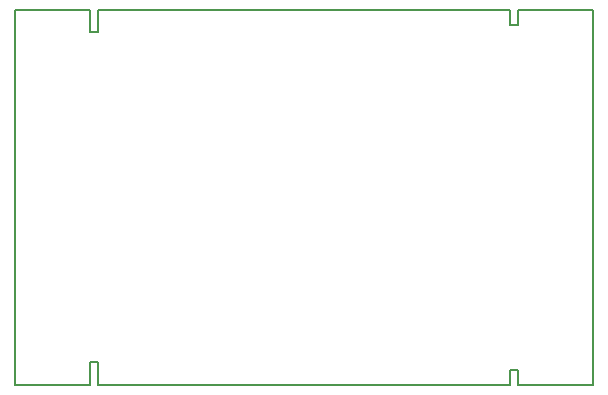
<source format=gm1>
G04 #@! TF.FileFunction,Profile,NP*
%FSLAX46Y46*%
G04 Gerber Fmt 4.6, Leading zero omitted, Abs format (unit mm)*
G04 Created by KiCad (PCBNEW 4.0.7) date 01/11/18 16:58:58*
%MOMM*%
%LPD*%
G01*
G04 APERTURE LIST*
%ADD10C,0.100000*%
%ADD11C,0.150000*%
G04 APERTURE END LIST*
D10*
D11*
X154940000Y-114300000D02*
X161290000Y-114300000D01*
X154940000Y-113030000D02*
X154940000Y-114300000D01*
X154305000Y-113030000D02*
X154940000Y-113030000D01*
X118745000Y-114300000D02*
X112395000Y-114300000D01*
X118745000Y-112395000D02*
X118745000Y-114300000D01*
X119380000Y-112395000D02*
X118745000Y-112395000D01*
X154940000Y-82550000D02*
X161290000Y-82550000D01*
X154940000Y-83820000D02*
X154940000Y-82550000D01*
X154305000Y-83820000D02*
X154940000Y-83820000D01*
X118745000Y-82550000D02*
X112395000Y-82550000D01*
X118745000Y-84455000D02*
X118745000Y-82550000D01*
X119380000Y-84455000D02*
X118745000Y-84455000D01*
X161290000Y-82550000D02*
X161290000Y-114300000D01*
X119380000Y-82550000D02*
X154305000Y-82550000D01*
X112395000Y-114300000D02*
X112395000Y-82550000D01*
X154305000Y-114300000D02*
X119380000Y-114300000D01*
X154305000Y-82550000D02*
X154305000Y-83820000D01*
X154305000Y-114300000D02*
X154305000Y-113030000D01*
X119380000Y-114300000D02*
X119380000Y-112395000D01*
X119380000Y-82550000D02*
X119380000Y-84455000D01*
M02*

</source>
